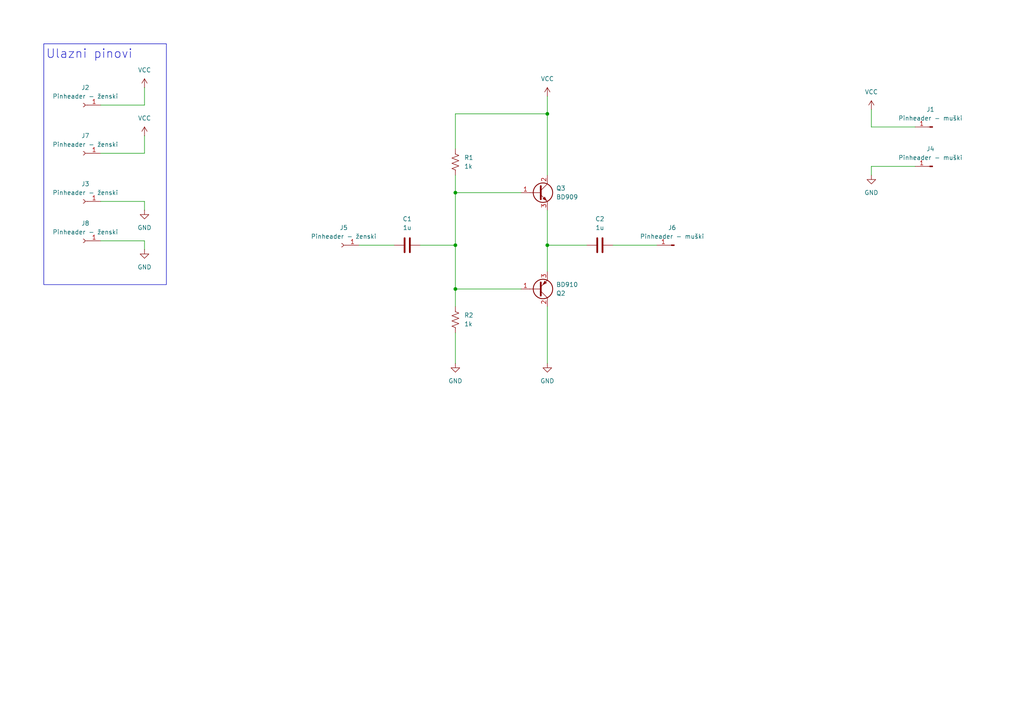
<source format=kicad_sch>
(kicad_sch (version 20250114) (generator "eeschema") (generator_version "9.0")
  (paper "A4")
  (lib_symbols
    (symbol "Connector:Conn_01x01_Pin" (pin_names (offset 1.016) (hide yes))
      (property "Reference" "J" (at 0 2.54 0))
      (property "Value" "Conn_01x01_Pin" (at 0 -2.54 0))
      (symbol "Conn_01x01_Pin_1_1"
        (rectangle (start 0.8636 0.127) (end 0 -0.127) (stroke (width 0.1524)) (fill (type outline)))
        (polyline (pts (xy 1.27 0) (xy 0.8636 0)) (stroke (width 0.1524)))
        (pin passive line (at 5.08 0 180) (length 3.81) (name "Pin_1") (number "1"))
      )
    )
    (symbol "Connector:Conn_01x01_Socket" (pin_names (offset 1.016) (hide yes))
      (property "Reference" "J" (at 0 2.54 0))
      (property "Value" "Conn_01x01_Socket" (at 0 -2.54 0))
      (symbol "Conn_01x01_Socket_1_1"
        (polyline (pts (xy -1.27 0) (xy -0.508 0)) (stroke (width 0.1524)))
        (arc (start 0 -0.508) (mid -0.5058 0) (end 0 0.508) (stroke (width 0.1524)))
        (pin passive line (at -5.08 0 0) (length 3.81) (name "Pin_1") (number "1"))
      )
    )
    (symbol "Device:C" (pin_numbers (hide yes)) (pin_names (offset 0.254))
      (property "Reference" "C" (at 0.635 2.54 0))
      (property "Value" "C" (at 0.635 -2.54 0))
      (symbol "C_0_1"
        (polyline (pts (xy -2.032 0.762) (xy 2.032 0.762)) (stroke (width 0.508)))
        (polyline (pts (xy -2.032 -0.762) (xy 2.032 -0.762)) (stroke (width 0.508)))
      )
      (symbol "C_1_1"
        (pin passive line (at 0 3.81 270) (length 2.794) (name "~") (number "1"))
        (pin passive line (at 0 -3.81 90) (length 2.794) (name "~") (number "2"))
      )
    )
    (symbol "Device:R_US" (pin_numbers (hide yes)) (pin_names (offset 0))
      (property "Reference" "R" (at 2.54 0 90))
      (property "Value" "R_US" (at -2.54 0 90))
      (symbol "R_US_0_1"
        (polyline (pts (xy 0 2.286) (xy 0 2.54)))
        (polyline (pts (xy 0 2.286) (xy 1.016 1.905) (xy 0 1.524) (xy -1.016 1.143) (xy 0 0.762)))
        (polyline (pts (xy 0 0.762) (xy 1.016 0.381) (xy 0 0) (xy -1.016 -0.381) (xy 0 -0.762)))
        (polyline (pts (xy 0 -0.762) (xy 1.016 -1.143) (xy 0 -1.524) (xy -1.016 -1.905) (xy 0 -2.286)))
        (polyline (pts (xy 0 -2.286) (xy 0 -2.54)))
      )
      (symbol "R_US_1_1"
        (pin passive line (at 0 3.81 270) (length 1.27) (name "~") (number "1"))
        (pin passive line (at 0 -3.81 90) (length 1.27) (name "~") (number "2"))
      )
    )
    (symbol "Transistor_BJT:BD909" (pin_names (offset 0) (hide yes))
      (property "Reference" "Q" (at 6.35 1.905 0))
      (property "Value" "BD909" (at 6.35 0 0))
      (symbol "BD909_0_1"
        (polyline (pts (xy -2.54 0) (xy 0.635 0)))
        (polyline (pts (xy 0.635 1.905) (xy 0.635 -1.905)) (stroke (width 0.508)))
        (circle (center 1.27 0) (radius 2.8194) (stroke (width 0.254)))
      )
      (symbol "BD909_1_1"
        (polyline (pts (xy 0.635 0.635) (xy 2.54 2.54)))
        (polyline (pts (xy 0.635 -0.635) (xy 2.54 -2.54)))
        (polyline (pts (xy 1.27 -1.778) (xy 1.778 -1.27) (xy 2.286 -2.286) (xy 1.27 -1.778)) (fill (type outline)))
        (pin input line (at -5.08 0 0) (length 2.54) (name "B") (number "1"))
        (pin passive line (at 2.54 5.08 270) (length 2.54) (name "C") (number "2"))
        (pin passive line (at 2.54 -5.08 90) (length 2.54) (name "E") (number "3"))
      )
    )
    (symbol "Transistor_BJT:BD910" (pin_names (offset 0) (hide yes))
      (property "Reference" "Q" (at 6.35 1.905 0))
      (property "Value" "BD910" (at 6.35 0 0))
      (symbol "BD910_0_1"
        (polyline (pts (xy -2.54 0) (xy 0.635 0)))
        (polyline (pts (xy 0.635 1.905) (xy 0.635 -1.905)) (stroke (width 0.508)))
        (polyline (pts (xy 0.635 0.635) (xy 2.54 2.54)))
        (polyline (pts (xy 0.635 -0.635) (xy 2.54 -2.54)))
        (circle (center 1.27 0) (radius 2.8194) (stroke (width 0.254)))
        (polyline (pts (xy 2.286 -1.778) (xy 1.778 -2.286) (xy 1.27 -1.27) (xy 2.286 -1.778)) (fill (type outline)))
      )
      (symbol "BD910_1_1"
        (pin input line (at -5.08 0 0) (length 2.54) (name "B") (number "1"))
        (pin passive line (at 2.54 5.08 270) (length 2.54) (name "C") (number "2"))
        (pin passive line (at 2.54 -5.08 90) (length 2.54) (name "E") (number "3"))
      )
    )
    (symbol "power:GND" (power) (pin_numbers (hide yes)) (pin_names (offset 0) (hide yes))
      (property "Value" "GND" (at 0 -3.81 0))
      (symbol "GND_0_1"
        (polyline (pts (xy 0 0) (xy 0 -1.27) (xy 1.27 -1.27) (xy 0 -2.54) (xy -1.27 -1.27) (xy 0 -1.27)))
      )
      (symbol "GND_1_1"
        (pin power_in line (at 0 0 270) (length 0) (name "~") (number "1"))
      )
    )
    (symbol "power:VCC" (power) (pin_numbers (hide yes)) (pin_names (offset 0) (hide yes))
      (property "Value" "VCC" (at 0 3.556 0))
      (symbol "VCC_0_1"
        (polyline (pts (xy -0.762 1.27) (xy 0 2.54)))
        (polyline (pts (xy 0 2.54) (xy 0.762 1.27)))
        (polyline (pts (xy 0 0) (xy 0 2.54)))
      )
      (symbol "VCC_1_1"
        (pin power_in line (at 0 0 90) (length 0) (name "~") (number "1"))
      )
    )
  )
  (rectangle (start 12.7 12.7) (end 48.26 82.55))
  (text "Ulazni pinovi" (at 25.908 15.748 0) (effects (font (size 2.54 2.54))))
  (junction (at 158.75 71.12))
  (junction (at 132.08 83.82))
  (junction (at 158.75 33.02))
  (junction (at 132.08 55.88))
  (junction (at 132.08 71.12))
  (wire (pts (xy 158.75 33.02) (xy 158.75 50.8)))
  (wire (pts (xy 151.13 83.82) (xy 132.08 83.82)))
  (wire (pts (xy 132.08 83.82) (xy 132.08 88.9)))
  (wire (pts (xy 177.8 71.12) (xy 190.5 71.12)))
  (wire (pts (xy 252.73 31.75) (xy 252.73 36.83)))
  (wire (pts (xy 132.08 33.02) (xy 158.75 33.02)))
  (wire (pts (xy 114.3 71.12) (xy 104.14 71.12)))
  (wire (pts (xy 170.18 71.12) (xy 158.75 71.12)))
  (wire (pts (xy 158.75 27.94) (xy 158.75 33.02)))
  (wire (pts (xy 41.91 69.85) (xy 29.21 69.85)))
  (wire (pts (xy 132.08 105.41) (xy 132.08 96.52)))
  (wire (pts (xy 158.75 78.74) (xy 158.75 71.12)))
  (wire (pts (xy 158.75 105.41) (xy 158.75 88.9)))
  (wire (pts (xy 41.91 25.4) (xy 41.91 30.48)))
  (wire (pts (xy 41.91 39.37) (xy 41.91 44.45)))
  (wire (pts (xy 41.91 30.48) (xy 29.21 30.48)))
  (wire (pts (xy 41.91 44.45) (xy 29.21 44.45)))
  (wire (pts (xy 132.08 55.88) (xy 151.13 55.88)))
  (wire (pts (xy 158.75 71.12) (xy 158.75 60.96)))
  (wire (pts (xy 41.91 58.42) (xy 29.21 58.42)))
  (wire (pts (xy 132.08 83.82) (xy 132.08 71.12)))
  (wire (pts (xy 41.91 60.96) (xy 41.91 58.42)))
  (wire (pts (xy 132.08 50.8) (xy 132.08 55.88)))
  (wire (pts (xy 132.08 71.12) (xy 121.92 71.12)))
  (wire (pts (xy 41.91 72.39) (xy 41.91 69.85)))
  (wire (pts (xy 252.73 48.26) (xy 265.43 48.26)))
  (wire (pts (xy 132.08 43.18) (xy 132.08 33.02)))
  (wire (pts (xy 252.73 50.8) (xy 252.73 48.26)))
  (wire (pts (xy 132.08 55.88) (xy 132.08 71.12)))
  (wire (pts (xy 252.73 36.83) (xy 265.43 36.83)))
  (symbol (lib_id "Connector:Conn_01x01_Socket") (at 99.06 71.12 180) (unit 1)
    (property "Reference" "J5" (at 99.695 66.04 0))
    (property "Value" "Pinheader - ženski" (at 99.695 68.58 0))
    (property "Footprint" "Connector_PinSocket_2.54mm:PinSocket_1x01_P2.54mm_Horizontal" (effects (hide yes)))
    (property "Description" "Generic connector, single row, 01x01, script generated" (effects (hide yes)))
    (property "MG elektornik" "https://www.mgelectronic.rs/1-2522" (effects (hide yes)))
  )
  (symbol (lib_id "power:VCC") (at 41.91 39.37 0) (unit 1)
    (property "Reference" "#PWR08" (effects (hide yes)))
    (property "Value" "VCC" (at 41.91 34.29 0))
    (property "Description" "Power symbol creates a global label with name \"VCC\"" (effects (hide yes)))
  )
  (symbol (lib_id "power:GND") (at 132.08 105.41 0) (unit 1)
    (property "Reference" "#PWR06" (effects (hide yes)))
    (property "Value" "GND" (at 132.08 110.49 0))
    (property "Description" "Power symbol creates a global label with name \"GND\" , ground" (effects (hide yes)))
  )
  (symbol (lib_id "Connector:Conn_01x01_Pin") (at 195.58 71.12 180) (unit 1)
    (property "Reference" "J6" (at 194.945 66.04 0))
    (property "Value" "Pinheader - muški" (at 194.945 68.58 0))
    (property "Footprint" "Connector_PinHeader_2.54mm:PinHeader_1x01_P2.54mm_Horizontal" (effects (hide yes)))
    (property "Description" "Generic connector, single row, 01x01, script generated" (effects (hide yes)))
    (property "MG elektronik" "https://www.mgelectronic.rs/kontaktna-letvica-254-m-1x20-90" (effects (hide yes)))
  )
  (symbol (lib_id "Transistor_BJT:BD910") (at 156.21 83.82 0) (mirror x) (unit 1)
    (property "Reference" "Q2" (at 161.29 85.0901 0) (effects (justify left)))
    (property "Value" "BD910" (at 161.29 82.5501 0) (effects (justify left)))
    (property "Footprint" "Package_TO_SOT_THT:TO-220-3_Vertical" (effects (hide yes)))
    (property "Datasheet" "http://www.st.com/internet/com/TECHNICAL_RESOURCES/TECHNICAL_LITERATURE/DATASHEET/CD00001277.pdf" (effects (hide yes)))
    (property "Description" "15A, Silicon Power PNP Transistors, TO-220" (effects (hide yes)))
  )
  (symbol (lib_id "Device:C") (at 118.11 71.12 90) (unit 1)
    (property "Reference" "C1" (at 118.11 63.5 90))
    (property "Value" "1u" (at 118.11 66.04 90))
    (property "Description" "Unpolarized capacitor" (effects (hide yes)))
  )
  (symbol (lib_id "Device:C") (at 173.99 71.12 90) (unit 1)
    (property "Reference" "C2" (at 173.99 63.5 90))
    (property "Value" "1u" (at 173.99 66.04 90))
    (property "Description" "Unpolarized capacitor" (effects (hide yes)))
  )
  (symbol (lib_id "power:GND") (at 158.75 105.41 0) (unit 1)
    (property "Reference" "#PWR07" (effects (hide yes)))
    (property "Value" "GND" (at 158.75 110.49 0))
    (property "Description" "Power symbol creates a global label with name \"GND\" , ground" (effects (hide yes)))
  )
  (symbol (lib_id "Connector:Conn_01x01_Socket") (at 24.13 69.85 180) (unit 1)
    (property "Reference" "J8" (at 24.765 64.77 0))
    (property "Value" "Pinheader - ženski" (at 24.765 67.31 0))
    (property "Footprint" "Connector_PinSocket_2.54mm:PinSocket_1x01_P2.54mm_Horizontal" (effects (hide yes)))
    (property "Description" "Generic connector, single row, 01x01, script generated" (effects (hide yes)))
  )
  (symbol (lib_id "power:VCC") (at 252.73 31.75 0) (mirror y) (unit 1)
    (property "Reference" "#PWR04" (effects (hide yes)))
    (property "Value" "VCC" (at 252.73 26.67 0))
    (property "Description" "Power symbol creates a global label with name \"VCC\"" (effects (hide yes)))
  )
  (symbol (lib_id "power:VCC") (at 41.91 25.4 0) (unit 1)
    (property "Reference" "#PWR01" (effects (hide yes)))
    (property "Value" "VCC" (at 41.91 20.32 0))
    (property "Description" "Power symbol creates a global label with name \"VCC\"" (effects (hide yes)))
  )
  (symbol (lib_id "Transistor_BJT:BD909") (at 156.21 55.88 0) (unit 1)
    (property "Reference" "Q3" (at 161.29 54.6099 0) (effects (justify left)))
    (property "Value" "BD909" (at 161.29 57.1499 0) (effects (justify left)))
    (property "Footprint" "Package_TO_SOT_THT:TO-220-3_Vertical" (effects (hide yes)))
    (property "Datasheet" "http://www.st.com/internet/com/TECHNICAL_RESOURCES/TECHNICAL_LITERATURE/DATASHEET/CD00001277.pdf" (effects (hide yes)))
    (property "Description" "15A, Silicon Power NPN Transistors, TO-220" (effects (hide yes)))
  )
  (symbol (lib_id "Device:R_US") (at 132.08 92.71 0) (unit 1)
    (property "Reference" "R2" (at 134.62 91.4399 0) (effects (justify left)))
    (property "Value" "1k" (at 134.62 93.9799 0) (effects (justify left)))
    (property "Description" "Resistor, US symbol" (effects (hide yes)))
  )
  (symbol (lib_id "Connector:Conn_01x01_Pin") (at 270.51 48.26 180) (unit 1)
    (property "Reference" "J4" (at 269.875 43.18 0))
    (property "Value" "Pinheader - muški" (at 269.875 45.72 0))
    (property "Footprint" "Connector_PinHeader_2.54mm:PinHeader_1x01_P2.54mm_Horizontal" (effects (hide yes)))
    (property "Description" "Generic connector, single row, 01x01, script generated" (effects (hide yes)))
    (property "MG elektronik" "https://www.mgelectronic.rs/kontaktna-letvica-254-m-1x20-90" (effects (hide yes)))
  )
  (symbol (lib_id "power:GND") (at 41.91 72.39 0) (unit 1)
    (property "Reference" "#PWR09" (effects (hide yes)))
    (property "Value" "GND" (at 41.91 77.47 0))
    (property "Description" "Power symbol creates a global label with name \"GND\" , ground" (effects (hide yes)))
  )
  (symbol (lib_id "Connector:Conn_01x01_Socket") (at 24.13 44.45 180) (unit 1)
    (property "Reference" "J7" (at 24.765 39.37 0))
    (property "Value" "Pinheader - ženski" (at 24.765 41.91 0))
    (property "Footprint" "Connector_PinSocket_2.54mm:PinSocket_1x01_P2.54mm_Horizontal" (effects (hide yes)))
    (property "Description" "Generic connector, single row, 01x01, script generated" (effects (hide yes)))
    (property "MG elektornik" "https://www.mgelectronic.rs/1-2522" (effects (hide yes)))
  )
  (symbol (lib_id "Device:R_US") (at 132.08 46.99 0) (unit 1)
    (property "Reference" "R1" (at 134.62 45.7199 0) (effects (justify left)))
    (property "Value" "1k" (at 134.62 48.2599 0) (effects (justify left)))
    (property "Description" "Resistor, US symbol" (effects (hide yes)))
  )
  (symbol (lib_id "Connector:Conn_01x01_Socket") (at 24.13 30.48 180) (unit 1)
    (property "Reference" "J2" (at 24.765 25.4 0))
    (property "Value" "Pinheader - ženski" (at 24.765 27.94 0))
    (property "Footprint" "Connector_PinSocket_2.54mm:PinSocket_1x01_P2.54mm_Horizontal" (effects (hide yes)))
    (property "Description" "Generic connector, single row, 01x01, script generated" (effects (hide yes)))
    (property "MG elektornik" "https://www.mgelectronic.rs/1-2522" (effects (hide yes)))
  )
  (symbol (lib_id "Connector:Conn_01x01_Socket") (at 24.13 58.42 180) (unit 1)
    (property "Reference" "J3" (at 24.765 53.34 0))
    (property "Value" "Pinheader - ženski" (at 24.765 55.88 0))
    (property "Footprint" "Connector_PinSocket_2.54mm:PinSocket_1x01_P2.54mm_Horizontal" (effects (hide yes)))
    (property "Description" "Generic connector, single row, 01x01, script generated" (effects (hide yes)))
  )
  (symbol (lib_id "power:GND") (at 252.73 50.8 0) (mirror y) (unit 1)
    (property "Reference" "#PWR03" (effects (hide yes)))
    (property "Value" "GND" (at 252.73 55.88 0))
    (property "Description" "Power symbol creates a global label with name \"GND\" , ground" (effects (hide yes)))
  )
  (symbol (lib_id "Connector:Conn_01x01_Pin") (at 270.51 36.83 180) (unit 1)
    (property "Reference" "J1" (at 269.875 31.75 0))
    (property "Value" "Pinheader - muški" (at 269.875 34.29 0))
    (property "Footprint" "Connector_PinHeader_2.54mm:PinHeader_1x01_P2.54mm_Horizontal" (effects (hide yes)))
    (property "Description" "Generic connector, single row, 01x01, script generated" (effects (hide yes)))
    (property "MG elektronik" "https://www.mgelectronic.rs/kontaktna-letvica-254-m-1x20-90" (effects (hide yes)))
  )
  (symbol (lib_id "power:GND") (at 41.91 60.96 0) (unit 1)
    (property "Reference" "#PWR02" (effects (hide yes)))
    (property "Value" "GND" (at 41.91 66.04 0))
    (property "Description" "Power symbol creates a global label with name \"GND\" , ground" (effects (hide yes)))
  )
  (symbol (lib_id "power:VCC") (at 158.75 27.94 0) (unit 1)
    (property "Reference" "#PWR05" (effects (hide yes)))
    (property "Value" "VCC" (at 158.75 22.86 0))
    (property "Description" "Power symbol creates a global label with name \"VCC\"" (effects (hide yes)))
  )
)
</source>
